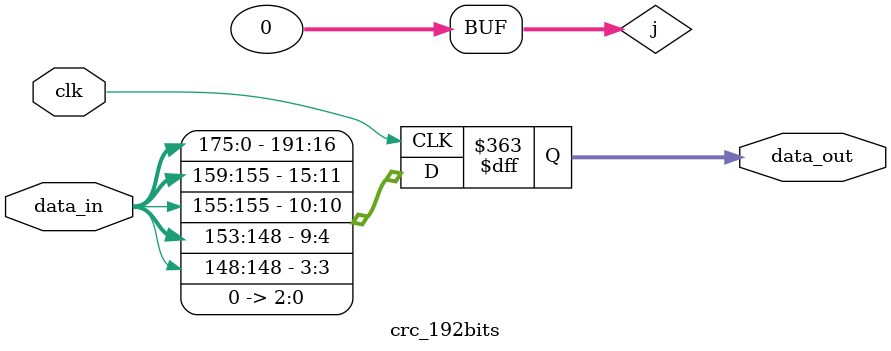
<source format=v>
`timescale 1ns / 1ps
module crc_192bits(input [175:0]data_in,
input clk,
output reg [191:0]data_out
    );
	 reg [191:0]input_reg;
	 
	 reg [15:0]crc_reg;
	 integer i;
	 integer j=0;
	 //////////////
	
	 
	 /////////////////////////////////
	  
	 always@(posedge clk) 
	 begin
	  if(!j)
	  begin
	  input_reg={data_in,16'b0000000000000000}; 
	  crc_reg=input_reg[175:160];
	  end
	  for(i=175;i>=0;i=i-1)
	  begin 
	   crc_reg[15:0]={input_reg[i],crc_reg[15],crc_reg[14],crc_reg[13],crc_reg[12],crc_reg[11],input_reg[i]^crc_reg[11],crc_reg[9],crc_reg[8],crc_reg[7],crc_reg[6],crc_reg[5],crc_reg[4],input_reg[i]^crc_reg[4],input_reg[3],input_reg[2],input_reg[1]};

	  end
	  data_out={data_in,crc_reg[15:0]};
	 
	 end
	 endmodule
    
</source>
